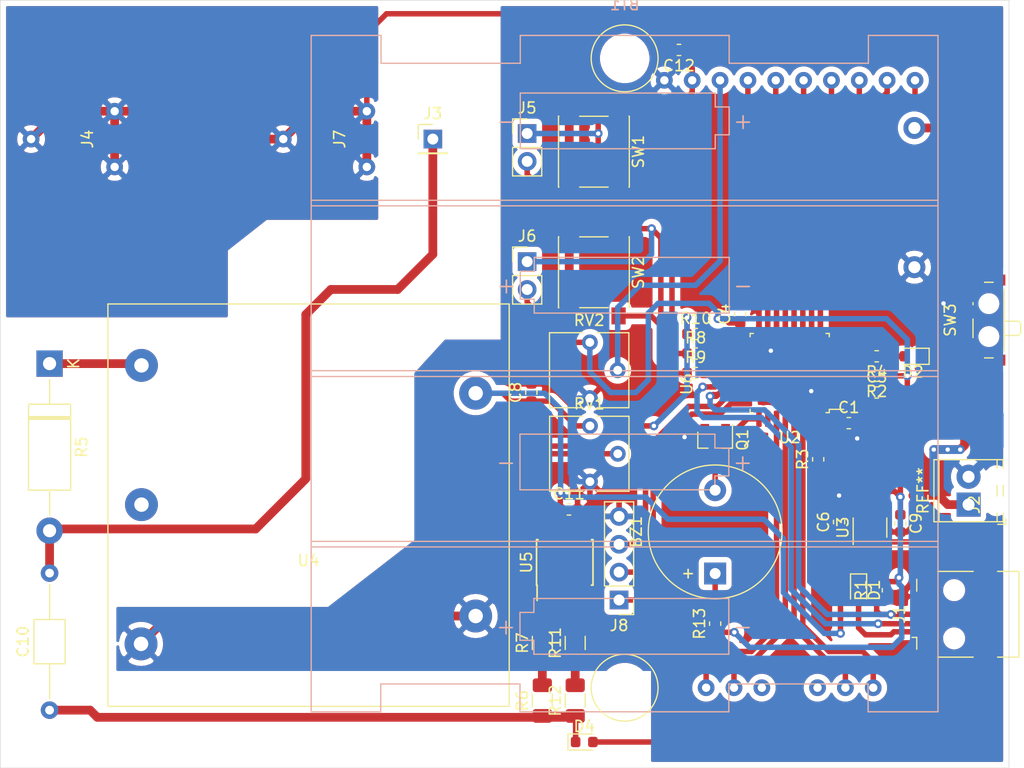
<source format=kicad_pcb>
(kicad_pcb (version 20171130) (host pcbnew "(5.1.5)-3")
  (layers (0 F.Cu signal) (31 B.Cu signal) (34 B.Paste user) (35 F.Paste user) (36 B.SilkS user hide) (37 F.SilkS user) (38 B.Mask user) (39 F.Mask user) (44 Edge.Cuts user))
  (net 0 "")
  (net 1 GND)
  (net 2 +3V3)
  (net 3 "Net-(C5-Pad1)")
  (net 4 "Net-(C10-Pad2)")
  (net 5 "Net-(C10-Pad1)")
  (net 6 +5V)
  (net 7 "Net-(D2-Pad2)")
  (net 8 /D+)
  (net 9 /D-)
  (net 10 /DB7)
  (net 11 /DB6)
  (net 12 /DB5)
  (net 13 /DB4)
  (net 14 /E)
  (net 15 /R_W)
  (net 16 /RS)
  (net 17 /DB2)
  (net 18 /DB3)
  (net 19 /DB0)
  (net 20 /DB1)
  (net 21 "Net-(R3-Pad2)")
  (net 22 "Net-(R4-Pad2)")
  (net 23 +VDC)
  (net 24 "Net-(R10-Pad1)")
  (net 25 "Net-(RV1-Pad2)")
  (net 26 "Net-(R11-Pad1)")
  (net 27 "Net-(R11-Pad2)")
  (net 28 "Net-(RV2-Pad2)")
  (net 29 /SW1)
  (net 30 /SW2)
  (net 31 "Net-(U5-Pad6)")
  (net 32 "Net-(J5-Pad1)")
  (net 33 "Net-(J6-Pad1)")
  (net 34 "Net-(BZ1-Pad2)")
  (net 35 "Net-(BZ1-Pad1)")
  (net 36 "Net-(Q1-Pad1)")
  (net 37 /COUNTER_OUT)
  (net 38 +6V)
  (net 39 SWCLK)
  (net 40 SWDIO)
  (net 41 "Net-(BT1-Pad1)")
  (net 42 "Net-(J1-Pad4)")
  (net 43 "Net-(U2-Pad26)")
  (net 44 "Net-(U2-Pad8)")
  (net 45 "Net-(U2-Pad7)")
  (net 46 "Net-(U2-Pad3)")
  (net 47 "Net-(U2-Pad2)")
  (net 48 "Net-(U3-Pad4)")
  (net 49 "Net-(U4-Pad5)")
  (net 50 "Net-(U5-Pad5)")
  (net 51 "Net-(U6-Pad15)")
  (net 52 "Net-(U6-Pad16)")
  (module Button_Switch_SMD:SW_SPDT_PCM12 (layer F.Cu) (at 116.84 90.17 90)
    (fp_text reference SW3 (at 0 -3.2 90) (layer F.SilkS))
    (fp_text value SW_SPST)
    (pad "" smd rect (at -3.65 -0.78 90) (size 1 0.8) (layers F.Cu F.Paste F.Mask))
    (pad "" smd rect (at 3.65 -0.78 90) (size 1 0.8) (layers F.Cu F.Paste F.Mask))
    (pad "" smd rect (at 3.65 1.43 90) (size 1 0.8) (layers F.Cu F.Paste F.Mask))
    (pad "" smd rect (at -3.65 1.43 90) (size 1 0.8) (layers F.Cu F.Paste F.Mask))
    (pad 3 smd rect (at 2.25 -1.43 90) (size 0.7 1.5) (layers F.Cu F.Paste F.Mask))
    (pad 2 smd rect (at 0.75 -1.43 90) (size 0.7 1.5) (layers F.Cu F.Paste F.Mask) (net 41 "Net-(BT1-Pad1)"))
    (pad 1 smd rect (at -2.25 -1.43 90) (size 0.7 1.5) (layers F.Cu F.Paste F.Mask) (net 38 +6V))
    (pad "" np_thru_hole circle (at 1.5 0.33 90) (size 0.9 0.9) (drill 0.9) (layers *.Cu *.Mask))
    (pad "" np_thru_hole circle (at -1.5 0.33 90) (size 0.9 0.9) (drill 0.9) (layers *.Cu *.Mask))
  )
  (module Capacitor_THT:C_Axial_L3.8mm_D2.6mm_P12.50mm_Horizontal (layer F.Cu) (at 31.496 125.746 90)
    (fp_text reference C10 (at 6.25 -2.42 90) (layer F.SilkS))
    (fp_text value 100p)
    (pad 2 thru_hole oval (at 12.5 0 90) (size 1.6 1.6) (drill 0.8) (layers *.Cu *.Mask) (net 4 "Net-(C10-Pad2)"))
    (pad 1 thru_hole circle (at 0 0 90) (size 1.6 1.6) (drill 0.8) (layers *.Cu *.Mask) (net 5 "Net-(C10-Pad1)"))
  )
  (module Connector_PinHeader_2.54mm:PinHeader_1x04_P2.54mm_Vertical (layer F.Cu) (at 83.439 115.697 180)
    (fp_text reference J8 (at 0 -2.33 180) (layer F.SilkS))
    (fp_text value Conn_01x04_Male)
    (pad 4 thru_hole oval (at 0 7.62 180) (size 1.7 1.7) (drill 1) (layers *.Cu *.Mask) (net 1 GND))
    (pad 3 thru_hole oval (at 0 5.08 180) (size 1.7 1.7) (drill 1) (layers *.Cu *.Mask) (net 40 SWDIO))
    (pad 2 thru_hole oval (at 0 2.54 180) (size 1.7 1.7) (drill 1) (layers *.Cu *.Mask) (net 39 SWCLK))
    (pad 1 thru_hole rect (at 0 0 180) (size 1.7 1.7) (drill 1) (layers *.Cu *.Mask) (net 2 +3V3))
  )
  (module MK_Footprints:LCD_NHD_0108CZ (layer F.Cu) (at 99 96 270)
    (fp_text reference U6 (at 0 9.4 270) (layer F.SilkS))
    (fp_text value LCD_NHD-0108CZ)
    (pad 15 thru_hole circle (at 27.7 -2.54 270) (size 1.524 1.524) (drill 0.762) (layers *.Cu *.Mask) (net 51 "Net-(U6-Pad15)"))
    (pad 13 thru_hole circle (at 27.7 -5.08 270) (size 1.524 1.524) (drill 0.762) (layers *.Cu *.Mask) (net 17 /DB2))
    (pad 14 thru_hole circle (at 27.7 -7.62 270) (size 1.524 1.524) (drill 0.762) (layers *.Cu *.Mask) (net 18 /DB3))
    (pad 16 thru_hole circle (at 27.7 2.54 270) (size 1.524 1.524) (drill 0.762) (layers *.Cu *.Mask) (net 52 "Net-(U6-Pad16)"))
    (pad 12 thru_hole circle (at 27.7 5.08 270) (size 1.524 1.524) (drill 0.762) (layers *.Cu *.Mask) (net 20 /DB1))
    (pad 11 thru_hole circle (at 27.7 7.62 270) (size 1.524 1.524) (drill 0.762) (layers *.Cu *.Mask) (net 19 /DB0))
    (pad 10 thru_hole circle (at -27.7 -11.43 270) (size 1.524 1.524) (drill 0.762) (layers *.Cu *.Mask) (net 10 /DB7))
    (pad 9 thru_hole circle (at -27.7 -8.89 270) (size 1.524 1.524) (drill 0.762) (layers *.Cu *.Mask) (net 11 /DB6))
    (pad 8 thru_hole circle (at -27.7 -6.35 270) (size 1.524 1.524) (drill 0.762) (layers *.Cu *.Mask) (net 12 /DB5))
    (pad 7 thru_hole circle (at -27.7 -3.81 270) (size 1.524 1.524) (drill 0.762) (layers *.Cu *.Mask) (net 13 /DB4))
    (pad 6 thru_hole circle (at -27.7 -1.27 270) (size 1.524 1.524) (drill 0.762) (layers *.Cu *.Mask) (net 14 /E))
    (pad 5 thru_hole circle (at -27.7 1.27 270) (size 1.524 1.524) (drill 0.762) (layers *.Cu *.Mask) (net 15 /R_W))
    (pad 4 thru_hole circle (at -27.7 3.81 270) (size 1.524 1.524) (drill 0.762) (layers *.Cu *.Mask) (net 16 /RS))
    (pad 3 thru_hole circle (at -27.7 6.35 270) (size 1.524 1.524) (drill 0.762) (layers *.Cu *.Mask) (net 28 "Net-(RV2-Pad2)"))
    (pad 2 thru_hole circle (at -27.7 8.89 270) (size 1.524 1.524) (drill 0.762) (layers *.Cu *.Mask) (net 2 +3V3))
    (pad 1 thru_hole circle (at -27.7 11.43 270) (size 1.524 1.524) (drill 0.762) (layers *.Cu *.Mask) (net 1 GND))
  )
  (module MK_Footprints:BatteryHolder_Keystone_2477_4xAA (layer B.Cu) (at 83.955 94.996)
    (fp_text reference BT1 (at 0 -33.6) (layer B.SilkS) (effects (justify mirror)))
    (fp_text value Battery)
    (fp_text user + (at 10.795 -22.995 -180) (layer B.SilkS) (effects (font (size 1.5 1.5)) (justify mirror)))
    (fp_text user + (at -10.795 -8.005 -180) (layer B.SilkS) (effects (font (size 1.5 1.5)) (justify mirror)))
    (fp_text user - (at -10.795 -22.995 -180) (layer B.SilkS) (effects (font (size 1.5 1.5)) (justify mirror)))
    (fp_text user - (at 10.795 -8.005 -180) (layer B.SilkS) (effects (font (size 1.5 1.5)) (justify mirror)))
    (fp_text user + (at 10.765 8.115) (layer B.SilkS) (effects (font (size 1.5 1.5)) (justify mirror)))
    (fp_text user + (at -10.825 23.105) (layer B.SilkS) (effects (font (size 1.5 1.5)) (justify mirror)))
    (fp_text user - (at 10.765 23.105) (layer B.SilkS) (effects (font (size 1.5 1.5)) (justify mirror)))
    (fp_text user - (at -10.825 8.115) (layer B.SilkS) (effects (font (size 1.5 1.5)) (justify mirror)))
    (pad 2 thru_hole circle (at 26.42 -9.65) (size 2 2) (drill 1.1) (layers *.Cu *.Mask) (net 1 GND))
    (pad 1 thru_hole circle (at 26.42 -22.35) (size 2 2) (drill 1.1) (layers *.Cu *.Mask) (net 41 "Net-(BT1-Pad1)"))
    (pad "" np_thru_hole circle (at 0 -28.7) (size 3.5 3.5) (drill 3.5) (layers *.Cu *.Mask))
    (pad "" np_thru_hole circle (at 0 28.7) (size 3.5 3.5) (drill 3.5) (layers *.Cu *.Mask))
  )
  (module Button_Switch_SMD:SW_SPST_PTS645 (layer F.Cu) (at 81.143 74.808 270)
    (fp_text reference SW1 (at 0 -4.05 270) (layer F.SilkS))
    (fp_text value SW_Push)
    (pad 2 smd rect (at 3.98 2.25 270) (size 1.55 1.3) (layers F.Cu F.Paste F.Mask) (net 2 +3V3))
    (pad 1 smd rect (at 3.98 -2.25 270) (size 1.55 1.3) (layers F.Cu F.Paste F.Mask) (net 32 "Net-(J5-Pad1)"))
    (pad 1 smd rect (at -3.98 -2.25 270) (size 1.55 1.3) (layers F.Cu F.Paste F.Mask) (net 32 "Net-(J5-Pad1)"))
    (pad 2 smd rect (at -3.98 2.25 270) (size 1.55 1.3) (layers F.Cu F.Paste F.Mask) (net 2 +3V3))
  )
  (module Connector_PinHeader_2.54mm:PinHeader_1x01_P2.54mm_Vertical (layer F.Cu) (at 66.452 73.66)
    (fp_text reference J3 (at 0 -2.33) (layer F.SilkS))
    (fp_text value Conn_01x01_Female)
    (pad 1 thru_hole rect (at 0 0) (size 1.7 1.7) (drill 1) (layers *.Cu *.Mask) (net 4 "Net-(C10-Pad2)"))
  )
  (module MK_Footprints:54_keystone_16-19mm (layer F.Cu) (at 57.452 73.66 90)
    (fp_text reference J7 (at 0 0.5 90) (layer F.SilkS))
    (fp_text value Conn_01x01_Female)
    (pad 1 thru_hole circle (at 0 -4.64 90) (size 1.524 1.524) (drill 0.762) (layers *.Cu *.Mask) (net 1 GND))
    (pad 1 thru_hole circle (at 2.54 2.98 90) (size 1.524 1.524) (drill 0.762) (layers *.Cu *.Mask) (net 1 GND))
    (pad 1 thru_hole circle (at -2.54 2.98 90) (size 1.524 1.524) (drill 0.762) (layers *.Cu *.Mask) (net 1 GND))
  )
  (module MK_Footprints:54_keystone_16-19mm (layer F.Cu) (at 34.452 73.66 90)
    (fp_text reference J4 (at 0 0.5 90) (layer F.SilkS))
    (fp_text value Conn_01x01_Female)
    (pad 1 thru_hole circle (at 0 -4.64 90) (size 1.524 1.524) (drill 0.762) (layers *.Cu *.Mask) (net 1 GND))
    (pad 1 thru_hole circle (at 2.54 2.98 90) (size 1.524 1.524) (drill 0.762) (layers *.Cu *.Mask) (net 1 GND))
    (pad 1 thru_hole circle (at -2.54 2.98 90) (size 1.524 1.524) (drill 0.762) (layers *.Cu *.Mask) (net 1 GND))
  )
  (module Diode_SMD:D_0603_1608Metric (layer F.Cu) (at 80.264 128.651)
    (fp_text reference D4 (at 0 -1.43) (layer F.SilkS))
    (fp_text value D_TVS)
    (pad 2 smd roundrect (at 0.7875 0) (size 0.875 0.95) (layers F.Cu F.Paste F.Mask) (net 1 GND))
    (pad 1 smd roundrect (at -0.7875 0) (size 0.875 0.95) (layers F.Cu F.Paste F.Mask) (net 5 "Net-(C10-Pad1)"))
  )
  (module Resistor_SMD:R_0603_1608Metric (layer F.Cu) (at 92.202 117.856 90)
    (fp_text reference R13 (at 0 -1.43 90) (layer F.SilkS))
    (fp_text value 240)
    (pad 2 smd roundrect (at 0.7875 0 90) (size 0.875 0.95) (layers F.Cu F.Paste F.Mask) (net 35 "Net-(BZ1-Pad1)"))
    (pad 1 smd roundrect (at -0.7875 0 90) (size 0.875 0.95) (layers F.Cu F.Paste F.Mask) (net 2 +3V3))
  )
  (module Package_TO_SOT_SMD:SOT-23 (layer F.Cu) (at 92.202 101.092 270)
    (fp_text reference Q1 (at 0 -2.5 270) (layer F.SilkS))
    (fp_text value BC846)
    (pad 3 smd rect (at 1 0 270) (size 0.9 0.8) (layers F.Cu F.Paste F.Mask) (net 34 "Net-(BZ1-Pad2)"))
    (pad 2 smd rect (at -1 0.95 270) (size 0.9 0.8) (layers F.Cu F.Paste F.Mask) (net 1 GND))
    (pad 1 smd rect (at -1 -0.95 270) (size 0.9 0.8) (layers F.Cu F.Paste F.Mask) (net 36 "Net-(Q1-Pad1)"))
  )
  (module Buzzer_Beeper:Buzzer_12x9.5RM7.6 (layer F.Cu) (at 92.202 113.284 90)
    (fp_text reference BZ1 (at 3.8 -7.2 90) (layer F.SilkS))
    (fp_text value Buzzer)
    (fp_text user + (at -0.01 -2.54 90) (layer F.SilkS))
    (pad 2 thru_hole circle (at 7.6 0 90) (size 2 2) (drill 1) (layers *.Cu *.Mask) (net 34 "Net-(BZ1-Pad2)"))
    (pad 1 thru_hole rect (at 0 0 90) (size 2 2) (drill 1) (layers *.Cu *.Mask) (net 35 "Net-(BZ1-Pad1)"))
  )
  (module Resistor_SMD:R_0603_1608Metric (layer F.Cu) (at 90.424 91.44)
    (fp_text reference R10 (at 0 -1.43) (layer F.SilkS))
    (fp_text value R)
    (pad 2 smd roundrect (at 0.7875 0) (size 0.875 0.95) (layers F.Cu F.Paste F.Mask) (net 37 /COUNTER_OUT))
    (pad 1 smd roundrect (at -0.7875 0) (size 0.875 0.95) (layers F.Cu F.Paste F.Mask) (net 24 "Net-(R10-Pad1)"))
  )
  (module Connector_PinHeader_2.54mm:PinHeader_1x02_P2.54mm_Vertical (layer F.Cu) (at 75.057 84.836)
    (fp_text reference J6 (at 0 -2.33) (layer F.SilkS))
    (fp_text value Conn_01x02_Male)
    (pad 2 thru_hole oval (at 0 2.54) (size 1.7 1.7) (drill 1) (layers *.Cu *.Mask) (net 2 +3V3))
    (pad 1 thru_hole rect (at 0 0) (size 1.7 1.7) (drill 1) (layers *.Cu *.Mask) (net 33 "Net-(J6-Pad1)"))
  )
  (module Connector_PinHeader_2.54mm:PinHeader_1x02_P2.54mm_Vertical (layer F.Cu) (at 75.057 73.152)
    (fp_text reference J5 (at 0 -2.33) (layer F.SilkS))
    (fp_text value Conn_01x02_Male)
    (pad 2 thru_hole oval (at 0 2.54) (size 1.7 1.7) (drill 1) (layers *.Cu *.Mask) (net 2 +3V3))
    (pad 1 thru_hole rect (at 0 0) (size 1.7 1.7) (drill 1) (layers *.Cu *.Mask) (net 32 "Net-(J5-Pad1)"))
  )
  (module Button_Switch_SMD:SW_SPST_PTS645 (layer F.Cu) (at 81.143 85.808 270)
    (fp_text reference SW2 (at 0 -4.05 270) (layer F.SilkS))
    (fp_text value SW_Push)
    (pad 2 smd rect (at 3.98 2.25 270) (size 1.55 1.3) (layers F.Cu F.Paste F.Mask) (net 2 +3V3))
    (pad 1 smd rect (at 3.98 -2.25 270) (size 1.55 1.3) (layers F.Cu F.Paste F.Mask) (net 33 "Net-(J6-Pad1)"))
    (pad 1 smd rect (at -3.98 -2.25 270) (size 1.55 1.3) (layers F.Cu F.Paste F.Mask) (net 33 "Net-(J6-Pad1)"))
    (pad 2 smd rect (at -3.98 2.25 270) (size 1.55 1.3) (layers F.Cu F.Paste F.Mask) (net 2 +3V3))
  )
  (module Resistor_SMD:R_1206_3216Metric (layer F.Cu) (at 79.438 124.873 90)
    (fp_text reference R12 (at 0 -1.82 90) (layer F.SilkS))
    (fp_text value 0)
    (pad 2 smd roundrect (at 1.4 0 90) (size 1.25 1.75) (layers F.Cu F.Paste F.Mask) (roundrect_rratio 0.2) (net 26 "Net-(R11-Pad1)"))
    (pad 1 smd roundrect (at -1.4 0 90) (size 1.25 1.75) (layers F.Cu F.Paste F.Mask) (roundrect_rratio 0.2) (net 5 "Net-(C10-Pad1)"))
  )
  (module Resistor_SMD:R_0603_1608Metric (layer F.Cu) (at 90.424 94.996)
    (fp_text reference R9 (at 0 -1.43) (layer F.SilkS))
    (fp_text value 240)
    (pad 2 smd roundrect (at 0.7875 0) (size 0.875 0.95) (layers F.Cu F.Paste F.Mask) (net 30 /SW2))
    (pad 1 smd roundrect (at -0.7875 0) (size 0.875 0.95) (layers F.Cu F.Paste F.Mask) (net 33 "Net-(J6-Pad1)"))
  )
  (module Resistor_SMD:R_0603_1608Metric (layer F.Cu) (at 90.424 93.218)
    (fp_text reference R8 (at 0 -1.43) (layer F.SilkS))
    (fp_text value 240)
    (pad 2 smd roundrect (at 0.7875 0) (size 0.875 0.95) (layers F.Cu F.Paste F.Mask) (net 29 /SW1))
    (pad 1 smd roundrect (at -0.7875 0) (size 0.875 0.95) (layers F.Cu F.Paste F.Mask) (net 32 "Net-(J5-Pad1)"))
  )
  (module Capacitor_SMD:C_0603_1608Metric (layer F.Cu) (at 88.9 65.532 180)
    (fp_text reference C12 (at 0 -1.43 180) (layer F.SilkS))
    (fp_text value 100n)
    (pad 2 smd roundrect (at 0.7875 0 180) (size 0.875 0.95) (layers F.Cu F.Paste F.Mask) (net 1 GND))
    (pad 1 smd roundrect (at -0.7875 0 180) (size 0.875 0.95) (layers F.Cu F.Paste F.Mask) (net 2 +3V3))
  )
  (module Potentiometer_THT:Potentiometer_Vishay_T73YP_Vertical (layer F.Cu) (at 80.772 97.282)
    (fp_text reference RV2 (at -0.06 -7.09) (layer F.SilkS))
    (fp_text value R_POT)
    (pad 1 thru_hole circle (at 0 0) (size 1.44 1.44) (drill 0.8) (layers *.Cu *.Mask) (net 1 GND))
    (pad 2 thru_hole circle (at 2.54 -2.54) (size 1.44 1.44) (drill 0.8) (layers *.Cu *.Mask) (net 28 "Net-(RV2-Pad2)"))
    (pad 3 thru_hole circle (at 0 -5.08) (size 1.44 1.44) (drill 0.8) (layers *.Cu *.Mask) (net 2 +3V3))
  )
  (module Resistor_SMD:R_1206_3216Metric (layer F.Cu) (at 79.438 119.617 90)
    (fp_text reference R11 (at 0 -1.82 90) (layer F.SilkS))
    (fp_text value 200k)
    (pad 2 smd roundrect (at 1.4 0 90) (size 1.25 1.75) (layers F.Cu F.Paste F.Mask) (roundrect_rratio 0.2) (net 27 "Net-(R11-Pad2)"))
    (pad 1 smd roundrect (at -1.4 0 90) (size 1.25 1.75) (layers F.Cu F.Paste F.Mask) (roundrect_rratio 0.2) (net 26 "Net-(R11-Pad1)"))
  )
  (module MK_Footprints:TerminalBlock_Phoenix_MPT-0,5-2-2.54_1x02_P2.54mm_Horizontal (layer F.Cu) (at 115.316 107 90)
    (fp_text reference J2 (at 0 0.5 90) (layer F.SilkS))
    (fp_text value "Vin +12")
    (fp_text user REF** (at 1.27 -4.16 90) (layer F.SilkS))
    (pad "" np_thru_hole circle (at 2.54 2.54 90) (size 1.1 1.1) (drill 1.1) (layers *.Cu *.Mask))
    (pad 2 thru_hole circle (at 2.54 0 90) (size 2.2 2.2) (drill 1.1) (layers *.Cu *.Mask) (net 41 "Net-(BT1-Pad1)"))
    (pad 1 thru_hole rect (at 0 0 90) (size 2.2 2.2) (drill 1.1) (layers *.Cu *.Mask) (net 1 GND))
    (pad "" np_thru_hole circle (at 0 2.54 90) (size 1.1 1.1) (drill 1.1) (layers *.Cu *.Mask))
  )
  (module Package_SO:SOIC-8_3.9x4.9mm_P1.27mm (layer F.Cu) (at 78.486 112.268 90)
    (fp_text reference U5 (at 0 -3.5 90) (layer F.SilkS))
    (fp_text value TL072)
    (pad 8 smd rect (at 2.7 -1.905 90) (size 1.55 0.6) (layers F.Cu F.Paste F.Mask) (net 38 +6V))
    (pad 7 smd rect (at 2.7 -0.635 90) (size 1.55 0.6) (layers F.Cu F.Paste F.Mask) (net 31 "Net-(U5-Pad6)"))
    (pad 6 smd rect (at 2.7 0.635 90) (size 1.55 0.6) (layers F.Cu F.Paste F.Mask) (net 31 "Net-(U5-Pad6)"))
    (pad 5 smd rect (at 2.7 1.905 90) (size 1.55 0.6) (layers F.Cu F.Paste F.Mask) (net 50 "Net-(U5-Pad5)"))
    (pad 4 smd rect (at -2.7 1.905 90) (size 1.55 0.6) (layers F.Cu F.Paste F.Mask) (net 1 GND))
    (pad 3 smd rect (at -2.7 0.635 90) (size 1.55 0.6) (layers F.Cu F.Paste F.Mask) (net 27 "Net-(R11-Pad2)"))
    (pad 2 smd rect (at -2.7 -0.635 90) (size 1.55 0.6) (layers F.Cu F.Paste F.Mask) (net 25 "Net-(RV1-Pad2)"))
    (pad 1 smd rect (at -2.7 -1.905 90) (size 1.55 0.6) (layers F.Cu F.Paste F.Mask) (net 24 "Net-(R10-Pad1)"))
  )
  (module Potentiometer_THT:Potentiometer_Vishay_T73YP_Vertical (layer F.Cu) (at 80.782 104.902)
    (fp_text reference RV1 (at -0.06 -7.09) (layer F.SilkS))
    (fp_text value R_POT)
    (pad 1 thru_hole circle (at 0 0) (size 1.44 1.44) (drill 0.8) (layers *.Cu *.Mask) (net 1 GND))
    (pad 2 thru_hole circle (at 2.54 -2.54) (size 1.44 1.44) (drill 0.8) (layers *.Cu *.Mask) (net 25 "Net-(RV1-Pad2)"))
    (pad 3 thru_hole circle (at 0 -5.08) (size 1.44 1.44) (drill 0.8) (layers *.Cu *.Mask) (net 38 +6V))
  )
  (module Resistor_SMD:R_1206_3216Metric (layer F.Cu) (at 76.438 119.617 90)
    (fp_text reference R7 (at 0 -1.82 90) (layer F.SilkS))
    (fp_text value 200k)
    (pad 2 smd roundrect (at 1.4 0 90) (size 1.25 1.75) (layers F.Cu F.Paste F.Mask) (roundrect_rratio 0.2) (net 1 GND))
    (pad 1 smd roundrect (at -1.4 0 90) (size 1.25 1.75) (layers F.Cu F.Paste F.Mask) (roundrect_rratio 0.2) (net 26 "Net-(R11-Pad1)"))
  )
  (module Resistor_SMD:R_1206_3216Metric (layer F.Cu) (at 76.438 124.873 90)
    (fp_text reference R6 (at 0 -1.82 90) (layer F.SilkS))
    (fp_text value 1M)
    (pad 2 smd roundrect (at 1.4 0 90) (size 1.25 1.75) (layers F.Cu F.Paste F.Mask) (roundrect_rratio 0.2) (net 26 "Net-(R11-Pad1)"))
    (pad 1 smd roundrect (at -1.4 0 90) (size 1.25 1.75) (layers F.Cu F.Paste F.Mask) (roundrect_rratio 0.2) (net 5 "Net-(C10-Pad1)"))
  )
  (module Package_QFP:LQFP-32_7x7mm_P0.8mm (layer F.Cu) (at 99 95 180)
    (fp_text reference U2 (at 0 -5.88 180) (layer F.SilkS))
    (fp_text value STM32L412K8Tx)
    (pad 32 smd roundrect (at -2.8 -4.175 180) (size 0.5 1.5) (layers F.Cu F.Paste F.Mask) (net 1 GND))
    (pad 31 smd roundrect (at -2 -4.175 180) (size 0.5 1.5) (layers F.Cu F.Paste F.Mask) (net 21 "Net-(R3-Pad2)"))
    (pad 30 smd roundrect (at -1.2 -4.175 180) (size 0.5 1.5) (layers F.Cu F.Paste F.Mask) (net 18 /DB3))
    (pad 29 smd roundrect (at -0.4 -4.175 180) (size 0.5 1.5) (layers F.Cu F.Paste F.Mask) (net 17 /DB2))
    (pad 28 smd roundrect (at 0.4 -4.175 180) (size 0.5 1.5) (layers F.Cu F.Paste F.Mask) (net 20 /DB1))
    (pad 27 smd roundrect (at 1.2 -4.175 180) (size 0.5 1.5) (layers F.Cu F.Paste F.Mask) (net 19 /DB0))
    (pad 26 smd roundrect (at 2 -4.175 180) (size 0.5 1.5) (layers F.Cu F.Paste F.Mask) (net 43 "Net-(U2-Pad26)"))
    (pad 25 smd roundrect (at 2.8 -4.175 180) (size 0.5 1.5) (layers F.Cu F.Paste F.Mask) (net 36 "Net-(Q1-Pad1)"))
    (pad 24 smd roundrect (at 4.175 -2.8 180) (size 1.5 0.5) (layers F.Cu F.Paste F.Mask) (net 39 SWCLK))
    (pad 23 smd roundrect (at 4.175 -2 180) (size 1.5 0.5) (layers F.Cu F.Paste F.Mask) (net 40 SWDIO))
    (pad 22 smd roundrect (at 4.175 -1.2 180) (size 1.5 0.5) (layers F.Cu F.Paste F.Mask) (net 8 /D+))
    (pad 21 smd roundrect (at 4.175 -0.4 180) (size 1.5 0.5) (layers F.Cu F.Paste F.Mask) (net 9 /D-))
    (pad 20 smd roundrect (at 4.175 0.4 180) (size 1.5 0.5) (layers F.Cu F.Paste F.Mask) (net 30 /SW2))
    (pad 19 smd roundrect (at 4.175 1.2 180) (size 1.5 0.5) (layers F.Cu F.Paste F.Mask) (net 29 /SW1))
    (pad 18 smd roundrect (at 4.175 2 180) (size 1.5 0.5) (layers F.Cu F.Paste F.Mask) (net 37 /COUNTER_OUT))
    (pad 17 smd roundrect (at 4.175 2.8 180) (size 1.5 0.5) (layers F.Cu F.Paste F.Mask) (net 2 +3V3))
    (pad 16 smd roundrect (at 2.8 4.175 180) (size 0.5 1.5) (layers F.Cu F.Paste F.Mask) (net 1 GND))
    (pad 15 smd roundrect (at 2 4.175 180) (size 0.5 1.5) (layers F.Cu F.Paste F.Mask) (net 16 /RS))
    (pad 14 smd roundrect (at 1.2 4.175 180) (size 0.5 1.5) (layers F.Cu F.Paste F.Mask) (net 15 /R_W))
    (pad 13 smd roundrect (at 0.4 4.175 180) (size 0.5 1.5) (layers F.Cu F.Paste F.Mask) (net 14 /E))
    (pad 12 smd roundrect (at -0.4 4.175 180) (size 0.5 1.5) (layers F.Cu F.Paste F.Mask) (net 13 /DB4))
    (pad 11 smd roundrect (at -1.2 4.175 180) (size 0.5 1.5) (layers F.Cu F.Paste F.Mask) (net 12 /DB5))
    (pad 10 smd roundrect (at -2 4.175 180) (size 0.5 1.5) (layers F.Cu F.Paste F.Mask) (net 11 /DB6))
    (pad 9 smd roundrect (at -2.8 4.175 180) (size 0.5 1.5) (layers F.Cu F.Paste F.Mask) (net 10 /DB7))
    (pad 8 smd roundrect (at -4.175 2.8 180) (size 1.5 0.5) (layers F.Cu F.Paste F.Mask) (net 44 "Net-(U2-Pad8)"))
    (pad 7 smd roundrect (at -4.175 2 180) (size 1.5 0.5) (layers F.Cu F.Paste F.Mask) (net 45 "Net-(U2-Pad7)"))
    (pad 6 smd roundrect (at -4.175 1.2 180) (size 1.5 0.5) (layers F.Cu F.Paste F.Mask) (net 22 "Net-(R4-Pad2)"))
    (pad 5 smd roundrect (at -4.175 0.4 180) (size 1.5 0.5) (layers F.Cu F.Paste F.Mask) (net 2 +3V3))
    (pad 4 smd roundrect (at -4.175 -0.4 180) (size 1.5 0.5) (layers F.Cu F.Paste F.Mask) (net 3 "Net-(C5-Pad1)"))
    (pad 3 smd roundrect (at -4.175 -1.2 180) (size 1.5 0.5) (layers F.Cu F.Paste F.Mask) (net 46 "Net-(U2-Pad3)"))
    (pad 2 smd roundrect (at -4.175 -2 180) (size 1.5 0.5) (layers F.Cu F.Paste F.Mask) (net 47 "Net-(U2-Pad2)"))
    (pad 1 smd roundrect (at -4.175 -2.8 180) (size 1.5 0.5) (layers F.Cu F.Paste F.Mask) (net 2 +3V3))
  )
  (module Diode_THT:D_DO-15_P15.24mm_Horizontal (layer F.Cu) (at 31.496 94.138 270)
    (fp_text reference R5 (at 7.62 -2.92 270) (layer F.SilkS))
    (fp_text value 100M)
    (fp_text user K (at 0 -2.2 270) (layer F.SilkS))
    (pad 2 thru_hole oval (at 15.24 0 270) (size 2.4 2.4) (drill 1.2) (layers *.Cu *.Mask) (net 4 "Net-(C10-Pad2)"))
    (pad 1 thru_hole rect (at 0 0 270) (size 2.4 2.4) (drill 1.2) (layers *.Cu *.Mask) (net 23 +VDC))
  )
  (module Connector_USB:USB_Mini-B_Lumberg_2486_01_Horizontal (layer F.Cu) (at 114 117 90)
    (fp_text reference J1 (at 0 -5 90) (layer F.SilkS))
    (fp_text value USB_B_Mini)
    (pad "" np_thru_hole circle (at 2.2 0 90) (size 1 1) (drill 1) (layers *.Cu *.Mask))
    (pad "" np_thru_hole circle (at -2.2 0 90) (size 1 1) (drill 1) (layers *.Cu *.Mask))
    (pad 6 smd rect (at 4.45 2.85 90) (size 2 1.7) (layers F.Cu F.Paste F.Mask) (net 1 GND))
    (pad 6 smd rect (at 4.45 -2.6 90) (size 2 1.7) (layers F.Cu F.Paste F.Mask) (net 1 GND))
    (pad 6 smd rect (at -4.45 2.85 90) (size 2 1.7) (layers F.Cu F.Paste F.Mask) (net 1 GND))
    (pad 6 smd rect (at -4.45 -2.6 90) (size 2 1.7) (layers F.Cu F.Paste F.Mask) (net 1 GND))
    (pad 5 smd rect (at 1.6 -2.7 90) (size 0.5 2) (layers F.Cu F.Paste F.Mask) (net 1 GND))
    (pad 4 smd rect (at 0.8 -2.7 90) (size 0.5 2) (layers F.Cu F.Paste F.Mask) (net 42 "Net-(J1-Pad4)"))
    (pad 3 smd rect (at 0 -2.7 90) (size 0.5 2) (layers F.Cu F.Paste F.Mask) (net 8 /D+))
    (pad 2 smd rect (at -0.8 -2.7 90) (size 0.5 2) (layers F.Cu F.Paste F.Mask) (net 9 /D-))
    (pad 1 smd rect (at -1.6 -2.7 90) (size 0.5 2) (layers F.Cu F.Paste F.Mask) (net 6 +5V))
  )
  (module LED_SMD:LED_0603_1608Metric (layer F.Cu) (at 110.236 93.472 180)
    (fp_text reference D2 (at 0 -1.43 180) (layer F.SilkS))
    (fp_text value LED)
    (pad 2 smd roundrect (at 0.7875 0 180) (size 0.875 0.95) (layers F.Cu F.Paste F.Mask) (net 7 "Net-(D2-Pad2)"))
    (pad 1 smd roundrect (at -0.7875 0 180) (size 0.875 0.95) (layers F.Cu F.Paste F.Mask) (net 1 GND))
  )
  (module Diode_SMD:D_0603_1608Metric (layer F.Cu) (at 105.283 114.808 270)
    (fp_text reference D1 (at 0 -1.43 270) (layer F.SilkS))
    (fp_text value D)
    (pad 2 smd roundrect (at 0.7875 0 270) (size 0.875 0.95) (layers F.Cu F.Paste F.Mask) (net 6 +5V))
    (pad 1 smd roundrect (at -0.7875 0 270) (size 0.875 0.95) (layers F.Cu F.Paste F.Mask) (net 38 +6V))
  )
  (module MK_Footprints:G40 (layer F.Cu) (at 55.118 107 180)
    (fp_text reference U4 (at 0 -5.1 180) (layer F.SilkS))
    (fp_text value G40)
    (pad 5 thru_hole circle (at 15.24 0 180) (size 3 3) (drill 1.32) (layers *.Cu *.Mask) (net 49 "Net-(U4-Pad5)"))
    (pad 4 thru_hole circle (at 15.28 -12.7 180) (size 3 3) (drill 1.32) (layers *.Cu *.Mask) (net 1 GND))
    (pad 3 thru_hole circle (at 15.24 12.7 180) (size 3 3) (drill 1.32) (layers *.Cu *.Mask) (net 23 +VDC))
    (pad 2 thru_hole circle (at -15.24 -10.16 180) (size 3 3) (drill 1.32) (layers *.Cu *.Mask) (net 1 GND))
    (pad 1 thru_hole circle (at -15.24 10.16 180) (size 3 3) (drill 1.32) (layers *.Cu *.Mask) (net 38 +6V))
  )
  (module Package_TO_SOT_SMD:TSOT-23-5 (layer F.Cu) (at 106.299 109.093 90)
    (fp_text reference U3 (at 0 -2.45 90) (layer F.SilkS))
    (fp_text value NCP718BSN330T1G)
    (pad 5 smd rect (at 1.31 -0.95 90) (size 1.22 0.65) (layers F.Cu F.Paste F.Mask) (net 2 +3V3))
    (pad 4 smd rect (at 1.31 0.95 90) (size 1.22 0.65) (layers F.Cu F.Paste F.Mask) (net 48 "Net-(U3-Pad4)"))
    (pad 3 smd rect (at -1.31 0.95 90) (size 1.22 0.65) (layers F.Cu F.Paste F.Mask) (net 38 +6V))
    (pad 2 smd rect (at -1.31 0 90) (size 1.22 0.65) (layers F.Cu F.Paste F.Mask) (net 1 GND))
    (pad 1 smd rect (at -1.31 -0.95 90) (size 1.22 0.65) (layers F.Cu F.Paste F.Mask) (net 38 +6V))
  )
  (module Resistor_SMD:R_0603_1608Metric (layer F.Cu) (at 106.934 93.472 180)
    (fp_text reference R4 (at 0 -1.43 180) (layer F.SilkS))
    (fp_text value 240)
    (pad 2 smd roundrect (at 0.7875 0 180) (size 0.875 0.95) (layers F.Cu F.Paste F.Mask) (net 22 "Net-(R4-Pad2)"))
    (pad 1 smd roundrect (at -0.7875 0 180) (size 0.875 0.95) (layers F.Cu F.Paste F.Mask) (net 7 "Net-(D2-Pad2)"))
  )
  (module Resistor_SMD:R_0603_1608Metric (layer F.Cu) (at 101.6 102.87 90)
    (fp_text reference R3 (at 0 -1.43 90) (layer F.SilkS))
    (fp_text value 100k)
    (pad 2 smd roundrect (at 0.7875 0 90) (size 0.875 0.95) (layers F.Cu F.Paste F.Mask) (net 21 "Net-(R3-Pad2)"))
    (pad 1 smd roundrect (at -0.7875 0 90) (size 0.875 0.95) (layers F.Cu F.Paste F.Mask) (net 1 GND))
  )
  (module Resistor_SMD:R_0603_1608Metric (layer F.Cu) (at 106.934 95.25 180)
    (fp_text reference R2 (at 0 -1.43 180) (layer F.SilkS))
    (fp_text value 100k)
    (pad 2 smd roundrect (at 0.7875 0 180) (size 0.875 0.95) (layers F.Cu F.Paste F.Mask) (net 3 "Net-(C5-Pad1)"))
    (pad 1 smd roundrect (at -0.7875 0 180) (size 0.875 0.95) (layers F.Cu F.Paste F.Mask) (net 2 +3V3))
  )
  (module Resistor_SMD:R_0603_1608Metric (layer F.Cu) (at 106.934 114.808 90)
    (fp_text reference R1 (at 0 -1.43 90) (layer F.SilkS))
    (fp_text value 1.5k)
    (pad 2 smd roundrect (at 0.7875 0 90) (size 0.875 0.95) (layers F.Cu F.Paste F.Mask) (net 2 +3V3))
    (pad 1 smd roundrect (at -0.7875 0 90) (size 0.875 0.95) (layers F.Cu F.Paste F.Mask) (net 8 /D+))
  )
  (module Capacitor_SMD:C_0603_1608Metric (layer F.Cu) (at 78.867 107.442)
    (fp_text reference C11 (at 0 -1.43) (layer F.SilkS))
    (fp_text value 100n)
    (pad 2 smd roundrect (at 0.7875 0) (size 0.875 0.95) (layers F.Cu F.Paste F.Mask) (net 1 GND))
    (pad 1 smd roundrect (at -0.7875 0) (size 0.875 0.95) (layers F.Cu F.Paste F.Mask) (net 38 +6V))
  )
  (module Capacitor_SMD:C_0603_1608Metric (layer F.Cu) (at 109.093 108.712 270)
    (fp_text reference C9 (at 0 -1.43 270) (layer F.SilkS))
    (fp_text value 100n)
    (pad 2 smd roundrect (at 0.7875 0 270) (size 0.875 0.95) (layers F.Cu F.Paste F.Mask) (net 1 GND))
    (pad 1 smd roundrect (at -0.7875 0 270) (size 0.875 0.95) (layers F.Cu F.Paste F.Mask) (net 2 +3V3))
  )
  (module Capacitor_SMD:C_0603_1608Metric (layer F.Cu) (at 75.438 96.774 90)
    (fp_text reference C8 (at 0 -1.43 90) (layer F.SilkS))
    (fp_text value C)
    (pad 2 smd roundrect (at 0.7875 0 90) (size 0.875 0.95) (layers F.Cu F.Paste F.Mask) (net 1 GND))
    (pad 1 smd roundrect (at -0.7875 0 90) (size 0.875 0.95) (layers F.Cu F.Paste F.Mask) (net 38 +6V))
  )
  (module Capacitor_SMD:C_0603_1608Metric (layer F.Cu) (at 103.505 108.585 90)
    (fp_text reference C6 (at 0 -1.43 90) (layer F.SilkS))
    (fp_text value 100n)
    (pad 2 smd roundrect (at 0.7875 0 90) (size 0.875 0.95) (layers F.Cu F.Paste F.Mask) (net 1 GND))
    (pad 1 smd roundrect (at -0.7875 0 90) (size 0.875 0.95) (layers F.Cu F.Paste F.Mask) (net 38 +6V))
  )
  (module Capacitor_SMD:C_0603_1608Metric (layer F.Cu) (at 106.934 96.774)
    (fp_text reference C5 (at 0 -1.43) (layer F.SilkS))
    (fp_text value 100n)
    (pad 2 smd roundrect (at 0.7875 0) (size 0.875 0.95) (layers F.Cu F.Paste F.Mask) (net 1 GND))
    (pad 1 smd roundrect (at -0.7875 0) (size 0.875 0.95) (layers F.Cu F.Paste F.Mask) (net 3 "Net-(C5-Pad1)"))
  )
  (module Capacitor_SMD:C_0603_1608Metric (layer F.Cu) (at 94.488 89.6365 90)
    (fp_text reference C4 (at 0 -1.43 90) (layer F.SilkS))
    (fp_text value 100n)
    (pad 2 smd roundrect (at 0.7875 0 90) (size 0.875 0.95) (layers F.Cu F.Paste F.Mask) (net 1 GND))
    (pad 1 smd roundrect (at -0.7875 0 90) (size 0.875 0.95) (layers F.Cu F.Paste F.Mask) (net 2 +3V3))
  )
  (module Capacitor_SMD:C_0603_1608Metric (layer F.Cu) (at 104.394 99.568)
    (fp_text reference C1 (at 0 -1.43) (layer F.SilkS))
    (fp_text value 100n)
    (pad 2 smd roundrect (at 0.7875 0) (size 0.875 0.95) (layers F.Cu F.Paste F.Mask) (net 1 GND))
    (pad 1 smd roundrect (at -0.7875 0) (size 0.875 0.95) (layers F.Cu F.Paste F.Mask) (net 2 +3V3))
  )
  (gr_circle (center 83.945 123.698) (end 86.995 123.698) (layer F.SilkS) (width 0.12))
  (gr_circle (center 83.945 66.294) (end 86.995 66.294) (layer F.SilkS) (width 0.12))
  (gr_line (start 27 131) (end 27 61) (layer Edge.Cuts) (width 0.05))
  (gr_line (start 119 131) (end 27 131) (layer Edge.Cuts) (width 0.05))
  (gr_line (start 119 61) (end 119 131) (layer Edge.Cuts) (width 0.05))
  (gr_line (start 27 61) (end 119 61) (layer Edge.Cuts) (width 0.05))
  (segment (start 41.269 118.269) (end 39.838 119.7) (width 0.8) (layer F.Cu) (net 1))
  (segment (start 42.378 117.16) (end 41.269 118.269) (width 0.8) (layer F.Cu) (net 1))
  (segment (start 70.358 117.16) (end 42.378 117.16) (width 0.8) (layer F.Cu) (net 1))
  (segment (start 79.763767 104.902) (end 80.782 104.902) (width 0.5) (layer B.Cu) (net 1))
  (segment (start 78.994 104.132233) (end 79.763767 104.902) (width 0.5) (layer B.Cu) (net 1))
  (segment (start 78.994 98.041767) (end 78.994 104.132233) (width 0.5) (layer B.Cu) (net 1))
  (segment (start 79.753767 97.282) (end 78.994 98.041767) (width 0.5) (layer B.Cu) (net 1))
  (segment (start 80.772 97.282) (end 79.753767 97.282) (width 0.5) (layer B.Cu) (net 1))
  (segment (start 96.2 90.825) (end 96.2 91.882) (width 0.5) (layer F.Cu) (net 1))
  (segment (start 101.8 97.482) (end 101.8 99.175) (width 0.5) (layer F.Cu) (net 1))
  (segment (start 96.2 91.882) (end 97.282 92.964) (width 0.5) (layer F.Cu) (net 1))
  (segment (start 32.352 71.12) (end 37.432 71.12) (width 0.8) (layer F.Cu) (net 1))
  (segment (start 29.812 73.66) (end 32.352 71.12) (width 0.8) (layer F.Cu) (net 1))
  (segment (start 37.432 76.2) (end 37.432 71.12) (width 0.8) (layer F.Cu) (net 1))
  (segment (start 52.812 73.66) (end 44.704 73.66) (width 0.8) (layer F.Cu) (net 1))
  (segment (start 42.164 71.12) (end 37.432 71.12) (width 0.8) (layer F.Cu) (net 1))
  (segment (start 44.704 73.66) (end 42.164 71.12) (width 0.8) (layer F.Cu) (net 1))
  (segment (start 60.432 71.12) (end 60.432 76.2) (width 0.8) (layer F.Cu) (net 1))
  (segment (start 55.352 71.12) (end 52.812 73.66) (width 0.8) (layer F.Cu) (net 1))
  (segment (start 60.432 71.12) (end 55.352 71.12) (width 0.8) (layer F.Cu) (net 1))
  (segment (start 105.1815 99.568) (end 105.1815 98.5265) (width 0.5) (layer F.Cu) (net 1))
  (segment (start 105.1815 98.5265) (end 105.41 98.298) (width 0.5) (layer F.Cu) (net 1))
  (segment (start 105.41 98.298) (end 107.442 98.298) (width 0.5) (layer F.Cu) (net 1))
  (segment (start 107.7215 98.0185) (end 107.7215 96.774) (width 0.5) (layer F.Cu) (net 1))
  (segment (start 107.442 98.298) (end 107.7215 98.0185) (width 0.5) (layer F.Cu) (net 1))
  (segment (start 96.2 89.342) (end 96.2 90.825) (width 0.5) (layer F.Cu) (net 1))
  (segment (start 94.488 88.849) (end 95.707 88.849) (width 0.5) (layer F.Cu) (net 1))
  (segment (start 95.707 88.849) (end 96.2 89.342) (width 0.5) (layer F.Cu) (net 1))
  (segment (start 106.299 109.293) (end 106.499 109.093) (width 0.5) (layer F.Cu) (net 1))
  (segment (start 106.299 110.403) (end 106.299 109.293) (width 0.5) (layer F.Cu) (net 1))
  (segment (start 106.499 109.093) (end 107.95 109.093) (width 0.5) (layer F.Cu) (net 1))
  (segment (start 108.3565 109.4995) (end 109.093 109.4995) (width 0.5) (layer F.Cu) (net 1))
  (segment (start 107.95 109.093) (end 108.3565 109.4995) (width 0.5) (layer F.Cu) (net 1))
  (segment (start 80.782 106.852) (end 80.782 104.902) (width 0.5) (layer F.Cu) (net 1))
  (segment (start 79.6545 107.442) (end 80.192 107.442) (width 0.5) (layer F.Cu) (net 1))
  (segment (start 80.192 107.442) (end 80.782 106.852) (width 0.5) (layer F.Cu) (net 1))
  (segment (start 97.282 92.964) (end 100.965 96.647) (width 0.5) (layer F.Cu) (net 1))
  (via (at 97.282 92.964) (size 0.8) (drill 0.4) (layers F.Cu B.Cu) (net 1))
  (segment (start 100.965 96.647) (end 101.8 97.482) (width 0.5) (layer F.Cu) (net 1))
  (via (at 100.965 96.647) (size 0.8) (drill 0.4) (layers F.Cu B.Cu) (net 1))
  (via (at 103.505 106.172) (size 0.8) (drill 0.4) (layers F.Cu B.Cu) (net 1))
  (segment (start 103.505 107.7975) (end 103.505 106.172) (width 0.5) (layer F.Cu) (net 1))
  (via (at 105.156 100.965) (size 0.8) (drill 0.4) (layers F.Cu B.Cu) (net 1))
  (segment (start 105.1815 99.568) (end 105.1815 100.9395) (width 0.5) (layer F.Cu) (net 1))
  (segment (start 105.1815 100.9395) (end 105.156 100.965) (width 0.5) (layer F.Cu) (net 1))
  (segment (start 115.57 99.695) (end 108.839 99.695) (width 0.8) (layer B.Cu) (net 1))
  (segment (start 107.569 100.965) (end 105.156 100.965) (width 0.8) (layer B.Cu) (net 1))
  (segment (start 108.839 99.695) (end 107.569 100.965) (width 0.8) (layer B.Cu) (net 1))
  (segment (start 116.1415 100.2665) (end 115.57 99.695) (width 0.8) (layer B.Cu) (net 1))
  (segment (start 110.363 105.156) (end 111.059 104.46) (width 0.5) (layer F.Cu) (net 1))
  (segment (start 109.668 109.4995) (end 110.363 108.8045) (width 0.5) (layer F.Cu) (net 1))
  (segment (start 109.093 109.4995) (end 109.668 109.4995) (width 0.5) (layer F.Cu) (net 1))
  (segment (start 80.391 116.243) (end 81.534 117.386) (width 0.5) (layer F.Cu) (net 1))
  (segment (start 80.391 114.968) (end 80.391 116.243) (width 0.5) (layer F.Cu) (net 1))
  (segment (start 81.534 117.386) (end 81.534 118.4655) (width 0.5) (layer F.Cu) (net 1))
  (segment (start 88.1125 63.6015) (end 88.1125 65.532) (width 0.5) (layer F.Cu) (net 1))
  (segment (start 86.741 62.23) (end 88.1125 63.6015) (width 0.5) (layer F.Cu) (net 1))
  (segment (start 62.23 62.23) (end 86.741 62.23) (width 0.5) (layer F.Cu) (net 1))
  (segment (start 60.432 71.12) (end 60.432 64.028) (width 0.5) (layer F.Cu) (net 1))
  (segment (start 60.432 64.028) (end 62.23 62.23) (width 0.5) (layer F.Cu) (net 1))
  (via (at 89.408 100.838) (size 0.8) (drill 0.4) (layers F.Cu B.Cu) (net 1))
  (segment (start 91.252 100.092) (end 90.154 100.092) (width 0.5) (layer F.Cu) (net 1))
  (segment (start 90.154 100.092) (end 89.408 100.838) (width 0.5) (layer F.Cu) (net 1))
  (segment (start 81.0515 128.651) (end 87.376 128.651) (width 0.5) (layer F.Cu) (net 1))
  (segment (start 110.258008 106.149992) (end 110.236 106.172) (width 0.8) (layer F.Cu) (net 1))
  (segment (start 112.565992 106.149992) (end 110.258008 106.149992) (width 0.8) (layer F.Cu) (net 1))
  (segment (start 113.416 107) (end 112.565992 106.149992) (width 0.8) (layer F.Cu) (net 1))
  (segment (start 110.236 106.172) (end 110.363 105.156) (width 0.5) (layer F.Cu) (net 1))
  (segment (start 115.316 107) (end 113.416 107) (width 0.8) (layer F.Cu) (net 1))
  (segment (start 110.363 108.8045) (end 110.236 106.172) (width 0.5) (layer F.Cu) (net 1))
  (segment (start 78.893 70.828) (end 78.893 78.788) (width 0.8) (layer F.Cu) (net 2))
  (segment (start 78.893 89.788) (end 78.893 81.828) (width 0.8) (layer F.Cu) (net 2))
  (segment (start 78.893 78.788) (end 78.893 81.828) (width 0.8) (layer F.Cu) (net 2))
  (segment (start 77.743 89.788) (end 78.893 89.788) (width 0.5) (layer F.Cu) (net 2))
  (segment (start 76.266919 89.788) (end 77.743 89.788) (width 0.5) (layer F.Cu) (net 2))
  (segment (start 75.057 88.578081) (end 76.266919 89.788) (width 0.5) (layer F.Cu) (net 2))
  (segment (start 75.057 87.376) (end 75.057 88.578081) (width 0.5) (layer F.Cu) (net 2))
  (segment (start 77.743 78.788) (end 78.893 78.788) (width 0.5) (layer F.Cu) (net 2))
  (segment (start 76.950919 78.788) (end 77.743 78.788) (width 0.5) (layer F.Cu) (net 2))
  (segment (start 75.057 76.894081) (end 76.950919 78.788) (width 0.5) (layer F.Cu) (net 2))
  (segment (start 75.057 75.692) (end 75.057 76.894081) (width 0.5) (layer F.Cu) (net 2))
  (segment (start 103.175 97.8) (end 103.175 98.15) (width 0.5) (layer F.Cu) (net 2))
  (segment (start 103.6065 98.5815) (end 103.175 98.15) (width 0.5) (layer F.Cu) (net 2))
  (segment (start 103.6065 99.568) (end 103.6065 98.5815) (width 0.5) (layer F.Cu) (net 2))
  (segment (start 107.7215 95.25) (end 109.728 95.25) (width 0.5) (layer F.Cu) (net 2))
  (via (at 109.728 95.25) (size 0.8) (drill 0.4) (layers F.Cu B.Cu) (net 2))
  (segment (start 89.6875 66.79987) (end 89.6875 66.6495) (width 0.5) (layer F.Cu) (net 2))
  (segment (start 90.11 67.22237) (end 89.6875 66.79987) (width 0.5) (layer F.Cu) (net 2))
  (segment (start 90.11 68.3) (end 90.11 67.22237) (width 0.5) (layer F.Cu) (net 2))
  (segment (start 89.6875 65.532) (end 89.6875 66.6495) (width 0.5) (layer F.Cu) (net 2))
  (segment (start 94.825 92.2) (end 94.825 91.65) (width 0.5) (layer F.Cu) (net 2))
  (segment (start 94.488 91.313) (end 94.488 90.424) (width 0.5) (layer F.Cu) (net 2))
  (segment (start 94.825 91.65) (end 94.488 91.313) (width 0.5) (layer F.Cu) (net 2))
  (via (at 92.456 90.043) (size 0.8) (drill 0.4) (layers F.Cu B.Cu) (net 2))
  (segment (start 92.456 90.043) (end 93.091 90.043) (width 0.5) (layer F.Cu) (net 2))
  (segment (start 93.472 90.424) (end 94.488 90.424) (width 0.5) (layer F.Cu) (net 2))
  (segment (start 93.091 90.043) (end 93.472 90.424) (width 0.5) (layer F.Cu) (net 2))
  (segment (start 103.6065 99.568) (end 103.6065 103.7335) (width 0.5) (layer F.Cu) (net 2))
  (segment (start 105.349 105.476) (end 105.349 107.783) (width 0.5) (layer F.Cu) (net 2))
  (segment (start 103.6065 103.7335) (end 105.349 105.476) (width 0.5) (layer F.Cu) (net 2))
  (segment (start 109.093 107.9245) (end 109.093 106.299) (width 0.5) (layer F.Cu) (net 2))
  (segment (start 109.093 106.299) (end 108.585 105.791) (width 0.5) (layer F.Cu) (net 2))
  (segment (start 105.664 105.791) (end 105.349 105.476) (width 0.5) (layer F.Cu) (net 2))
  (segment (start 108.585 105.791) (end 105.664 105.791) (width 0.5) (layer F.Cu) (net 2))
  (via (at 108.966 113.665) (size 0.8) (drill 0.4) (layers F.Cu B.Cu) (net 2))
  (segment (start 106.934 114.0205) (end 108.6105 114.0205) (width 0.5) (layer F.Cu) (net 2))
  (segment (start 108.6105 114.0205) (end 108.966 113.665) (width 0.5) (layer F.Cu) (net 2))
  (via (at 109.093 106.299) (size 0.8) (drill 0.4) (layers F.Cu B.Cu) (net 2))
  (segment (start 109.093 113.538) (end 108.966 113.665) (width 0.5) (layer B.Cu) (net 2))
  (segment (start 109.093 106.299) (end 109.093 113.538) (width 0.5) (layer B.Cu) (net 2))
  (segment (start 92.202 118.6435) (end 93.9545 118.6435) (width 0.5) (layer F.Cu) (net 2))
  (via (at 93.9545 118.6435) (size 0.8) (drill 0.4) (layers F.Cu B.Cu) (net 2))
  (segment (start 108.966 114.230685) (end 109.22 114.484685) (width 0.5) (layer B.Cu) (net 2))
  (segment (start 108.966 113.665) (end 108.966 114.230685) (width 0.5) (layer B.Cu) (net 2))
  (segment (start 109.22 114.484685) (end 109.22 119.126) (width 0.5) (layer B.Cu) (net 2))
  (segment (start 109.22 119.126) (end 108.839 119.507) (width 0.5) (layer B.Cu) (net 2))
  (segment (start 92.456 90.043) (end 107.823 90.043) (width 0.5) (layer B.Cu) (net 2))
  (segment (start 109.728 91.948) (end 109.728 95.25) (width 0.5) (layer B.Cu) (net 2))
  (segment (start 107.823 90.043) (end 109.728 91.948) (width 0.5) (layer B.Cu) (net 2))
  (segment (start 104.917 94.6) (end 103.175 94.6) (width 0.25) (layer F.Cu) (net 2))
  (segment (start 105.06701 94.44999) (end 104.917 94.6) (width 0.25) (layer F.Cu) (net 2))
  (segment (start 107.49649 94.44999) (end 105.06701 94.44999) (width 0.25) (layer F.Cu) (net 2))
  (segment (start 107.7215 94.675) (end 107.49649 94.44999) (width 0.25) (layer F.Cu) (net 2))
  (segment (start 107.7215 95.25) (end 107.7215 94.675) (width 0.25) (layer F.Cu) (net 2))
  (segment (start 108.331 120.015) (end 109.22 119.126) (width 0.5) (layer B.Cu) (net 2))
  (segment (start 95.326 120.015) (end 108.331 120.015) (width 0.5) (layer B.Cu) (net 2))
  (segment (start 93.9545 118.6435) (end 95.326 120.015) (width 0.5) (layer B.Cu) (net 2))
  (segment (start 82.677 96.774) (end 80.772 94.869) (width 0.5) (layer B.Cu) (net 2))
  (segment (start 84.963 96.774) (end 82.677 96.774) (width 0.5) (layer B.Cu) (net 2))
  (segment (start 92.456 89.477315) (end 91.624685 88.646) (width 0.5) (layer B.Cu) (net 2))
  (segment (start 91.624685 88.646) (end 86.995 88.646) (width 0.5) (layer B.Cu) (net 2))
  (segment (start 80.772 94.869) (end 80.772 92.202) (width 0.5) (layer B.Cu) (net 2))
  (segment (start 86.995 88.646) (end 86.106 89.535) (width 0.5) (layer B.Cu) (net 2))
  (segment (start 92.456 90.043) (end 92.456 89.477315) (width 0.5) (layer B.Cu) (net 2))
  (segment (start 86.106 89.535) (end 86.106 95.631) (width 0.5) (layer B.Cu) (net 2))
  (segment (start 86.106 95.631) (end 84.963 96.774) (width 0.5) (layer B.Cu) (net 2))
  (segment (start 109.093 106.299) (end 109.093 98.298) (width 0.5) (layer F.Cu) (net 2))
  (segment (start 109.728 97.663) (end 109.728 95.25) (width 0.5) (layer F.Cu) (net 2))
  (segment (start 109.093 98.298) (end 109.728 97.663) (width 0.5) (layer F.Cu) (net 2))
  (segment (start 89.4335 118.6435) (end 92.202 118.6435) (width 0.5) (layer F.Cu) (net 2))
  (segment (start 83.439 115.697) (end 86.487 115.697) (width 0.5) (layer F.Cu) (net 2))
  (segment (start 86.487 115.697) (end 89.4335 118.6435) (width 0.5) (layer F.Cu) (net 2))
  (segment (start 78.893 89.788) (end 78.893 91.72) (width 0.5) (layer F.Cu) (net 2))
  (segment (start 79.375 92.202) (end 80.772 92.202) (width 0.5) (layer F.Cu) (net 2))
  (segment (start 78.893 91.72) (end 79.375 92.202) (width 0.5) (layer F.Cu) (net 2))
  (segment (start 78.893 70.828) (end 80.043 70.828) (width 0.5) (layer F.Cu) (net 2))
  (segment (start 90.11 69.402) (end 90.11 68.3) (width 0.5) (layer F.Cu) (net 2))
  (segment (start 80.043 70.828) (end 81.529 69.342) (width 0.5) (layer F.Cu) (net 2))
  (segment (start 81.529 69.342) (end 86.106 69.342) (width 0.5) (layer F.Cu) (net 2))
  (segment (start 86.741 69.977) (end 89.535 69.977) (width 0.5) (layer F.Cu) (net 2))
  (segment (start 86.106 69.342) (end 86.741 69.977) (width 0.5) (layer F.Cu) (net 2))
  (segment (start 89.535 69.977) (end 90.11 69.402) (width 0.5) (layer F.Cu) (net 2))
  (segment (start 103.175 95.4) (end 105.006 95.4) (width 0.5) (layer F.Cu) (net 3))
  (segment (start 105.156 95.25) (end 106.1465 95.25) (width 0.5) (layer F.Cu) (net 3))
  (segment (start 105.006 95.4) (end 105.156 95.25) (width 0.5) (layer F.Cu) (net 3))
  (segment (start 106.1465 95.25) (end 106.1465 96.774) (width 0.5) (layer F.Cu) (net 3))
  (segment (start 66.452 84.17) (end 66.452 73.66) (width 0.8) (layer F.Cu) (net 4))
  (segment (start 63.246 87.376) (end 66.452 84.17) (width 0.8) (layer F.Cu) (net 4))
  (segment (start 57.15 87.376) (end 63.246 87.376) (width 0.8) (layer F.Cu) (net 4))
  (segment (start 31.496 109.680944) (end 31.956944 109.22) (width 0.8) (layer F.Cu) (net 4))
  (segment (start 31.956944 109.22) (end 50.292 109.22) (width 0.8) (layer F.Cu) (net 4))
  (segment (start 50.292 109.22) (end 54.864 104.648) (width 0.8) (layer F.Cu) (net 4))
  (segment (start 54.864 104.648) (end 54.864 89.662) (width 0.8) (layer F.Cu) (net 4))
  (segment (start 54.864 89.662) (end 57.15 87.376) (width 0.8) (layer F.Cu) (net 4))
  (segment (start 31.496 109.378) (end 31.496 113.246) (width 0.8) (layer F.Cu) (net 4))
  (segment (start 76.438 126.273) (end 79.438 126.273) (width 0.8) (layer F.Cu) (net 5))
  (segment (start 35.195 125.746) (end 35.849 126.4) (width 0.8) (layer F.Cu) (net 5))
  (segment (start 31.496 125.746) (end 35.195 125.746) (width 0.8) (layer F.Cu) (net 5))
  (segment (start 35.849 126.4) (end 78.47 126.4) (width 0.8) (layer F.Cu) (net 5))
  (segment (start 79.4765 126.3115) (end 79.438 126.273) (width 0.5) (layer F.Cu) (net 5))
  (segment (start 79.4765 128.651) (end 79.4765 126.3115) (width 0.5) (layer F.Cu) (net 5))
  (segment (start 108.5015 118.6) (end 108.4835 118.618) (width 0.5) (layer F.Cu) (net 6))
  (segment (start 111.3 118.6) (end 108.5015 118.6) (width 0.5) (layer F.Cu) (net 6))
  (segment (start 105.283 115.5955) (end 105.283 118.237) (width 0.5) (layer F.Cu) (net 6))
  (segment (start 105.283 118.237) (end 105.918 118.872) (width 0.5) (layer F.Cu) (net 6))
  (segment (start 108.2295 118.872) (end 108.5015 118.6) (width 0.5) (layer F.Cu) (net 6))
  (segment (start 105.918 118.872) (end 108.2295 118.872) (width 0.5) (layer F.Cu) (net 6))
  (segment (start 107.7215 93.472) (end 109.4485 93.472) (width 0.5) (layer F.Cu) (net 7))
  (segment (start 94.825 96.2) (end 93.284 96.2) (width 0.5) (layer F.Cu) (net 8))
  (segment (start 93.231925 96.2) (end 92.465917 96.966008) (width 0.5) (layer F.Cu) (net 8))
  (segment (start 93.284 96.2) (end 93.231925 96.2) (width 0.5) (layer F.Cu) (net 8))
  (segment (start 92.465917 96.966008) (end 92.009992 96.966008) (width 0.5) (layer F.Cu) (net 8))
  (segment (start 92.009992 96.966008) (end 91.694 97.282) (width 0.5) (layer F.Cu) (net 8))
  (segment (start 99.822 101.473) (end 99.822 114.427) (width 0.5) (layer B.Cu) (net 8))
  (segment (start 99.822 114.427) (end 100.584 115.189) (width 0.5) (layer B.Cu) (net 8))
  (via (at 108.236696 117.014517) (size 0.8) (drill 0.4) (layers F.Cu B.Cu) (net 8))
  (segment (start 111.3 117) (end 108.251213 117) (width 0.5) (layer F.Cu) (net 8))
  (segment (start 108.251213 117) (end 108.236696 117.014517) (width 0.5) (layer F.Cu) (net 8))
  (segment (start 102.409517 117.014517) (end 99.822 114.427) (width 0.5) (layer B.Cu) (net 8))
  (segment (start 108.236696 117.014517) (end 102.409517 117.014517) (width 0.5) (layer B.Cu) (net 8))
  (segment (start 106.934 115.5955) (end 106.934 116.713) (width 0.5) (layer F.Cu) (net 8))
  (segment (start 107.235517 117.014517) (end 108.236696 117.014517) (width 0.5) (layer F.Cu) (net 8))
  (segment (start 106.934 116.713) (end 107.235517 117.014517) (width 0.5) (layer F.Cu) (net 8))
  (via (at 91.738986 97.116) (size 0.8) (drill 0.4) (layers F.Cu B.Cu) (net 8))
  (segment (start 93.231925 96.2) (end 92.315925 97.116) (width 0.5) (layer F.Cu) (net 8))
  (segment (start 92.315925 97.116) (end 91.738986 97.116) (width 0.5) (layer F.Cu) (net 8))
  (segment (start 91.738986 97.116) (end 91.738986 97.896976) (width 0.5) (layer B.Cu) (net 8))
  (segment (start 96.70899 98.35999) (end 96.901 98.552) (width 0.5) (layer B.Cu) (net 8))
  (segment (start 92.202 98.35999) (end 96.70899 98.35999) (width 0.5) (layer B.Cu) (net 8))
  (segment (start 91.738986 97.896976) (end 92.202 98.35999) (width 0.5) (layer B.Cu) (net 8))
  (segment (start 96.901 98.552) (end 99.822 101.473) (width 0.5) (layer B.Cu) (net 8))
  (segment (start 93.041963 95.4) (end 92.175963 96.266) (width 0.5) (layer F.Cu) (net 9))
  (segment (start 94.825 95.4) (end 93.041963 95.4) (width 0.5) (layer F.Cu) (net 9))
  (via (at 107.061 117.864517) (size 0.8) (drill 0.4) (layers F.Cu B.Cu) (net 9))
  (segment (start 111.3 117.8) (end 111.235483 117.864517) (width 0.5) (layer F.Cu) (net 9))
  (segment (start 111.235483 117.864517) (end 107.061 117.864517) (width 0.5) (layer F.Cu) (net 9))
  (via (at 91.059 96.266) (size 0.8) (drill 0.4) (layers F.Cu B.Cu) (net 9))
  (segment (start 91.821 96.266) (end 91.059 96.266) (width 0.5) (layer F.Cu) (net 9))
  (segment (start 92.175963 96.266) (end 91.821 96.266) (width 0.5) (layer F.Cu) (net 9))
  (segment (start 90.551 96.774) (end 91.059 96.266) (width 0.5) (layer B.Cu) (net 9))
  (segment (start 90.551 98.482685) (end 90.551 96.774) (width 0.5) (layer B.Cu) (net 9))
  (segment (start 107.061 117.864517) (end 102.269555 117.864517) (width 0.5) (layer B.Cu) (net 9))
  (segment (start 102.269555 117.864517) (end 99.12199 114.716953) (width 0.5) (layer B.Cu) (net 9))
  (segment (start 99.12199 114.716953) (end 99.12199 101.762952) (width 0.5) (layer B.Cu) (net 9))
  (segment (start 99.12199 101.762952) (end 96.419038 99.06) (width 0.5) (layer B.Cu) (net 9))
  (segment (start 96.419038 99.06) (end 91.128315 99.06) (width 0.5) (layer B.Cu) (net 9))
  (segment (start 91.128315 99.06) (end 90.551 98.482685) (width 0.5) (layer B.Cu) (net 9))
  (segment (start 101.8 87.684) (end 101.8 90.825) (width 0.5) (layer F.Cu) (net 10))
  (segment (start 108.585 80.899) (end 101.8 87.684) (width 0.5) (layer F.Cu) (net 10))
  (segment (start 108.585 71.628) (end 108.585 80.899) (width 0.5) (layer F.Cu) (net 10))
  (segment (start 110.43 69.783) (end 108.585 71.628) (width 0.5) (layer F.Cu) (net 10))
  (segment (start 110.43 68.3) (end 110.43 69.783) (width 0.5) (layer F.Cu) (net 10))
  (segment (start 101 90.825) (end 101 86.96) (width 0.5) (layer F.Cu) (net 11))
  (segment (start 107.89 68.3) (end 107.89 69.402) (width 0.5) (layer F.Cu) (net 11))
  (segment (start 107.061 70.231) (end 107.061 80.899) (width 0.5) (layer F.Cu) (net 11))
  (segment (start 107.89 69.402) (end 107.061 70.231) (width 0.5) (layer F.Cu) (net 11))
  (segment (start 101 86.96) (end 107.061 80.899) (width 0.5) (layer F.Cu) (net 11))
  (segment (start 105.35 80.832) (end 105.35 68.3) (width 0.5) (layer F.Cu) (net 12))
  (segment (start 105.35 81.34) (end 105.35 80.832) (width 0.5) (layer F.Cu) (net 12))
  (segment (start 100.2 86.49) (end 105.35 81.34) (width 0.5) (layer F.Cu) (net 12))
  (segment (start 100.2 90.825) (end 100.2 86.49) (width 0.5) (layer F.Cu) (net 12))
  (segment (start 99.4 90.825) (end 99.4 86.02) (width 0.5) (layer F.Cu) (net 13))
  (segment (start 102.81 82.61) (end 102.81 68.3) (width 0.5) (layer F.Cu) (net 13))
  (segment (start 99.4 86.02) (end 102.81 82.61) (width 0.5) (layer F.Cu) (net 13))
  (segment (start 98.6 90.825) (end 98.6 85.55) (width 0.5) (layer F.Cu) (net 14))
  (segment (start 100.27 83.88) (end 100.27 68.3) (width 0.5) (layer F.Cu) (net 14))
  (segment (start 98.6 85.55) (end 100.27 83.88) (width 0.5) (layer F.Cu) (net 14))
  (segment (start 97.73 68.3) (end 97.73 85.284) (width 0.5) (layer F.Cu) (net 15))
  (segment (start 97.8 85.354) (end 97.8 90.825) (width 0.5) (layer F.Cu) (net 15))
  (segment (start 97.73 85.284) (end 97.8 85.354) (width 0.5) (layer F.Cu) (net 15))
  (segment (start 97 90.825) (end 97 85.824) (width 0.5) (layer F.Cu) (net 16))
  (segment (start 95.19 84.014) (end 95.19 68.3) (width 0.5) (layer F.Cu) (net 16))
  (segment (start 97 85.824) (end 95.19 84.014) (width 0.5) (layer F.Cu) (net 16))
  (segment (start 99.4 99.175) (end 99.4 118.196) (width 0.5) (layer F.Cu) (net 17))
  (segment (start 99.4 118.196) (end 102.362 121.158) (width 0.5) (layer F.Cu) (net 17))
  (segment (start 102.362 121.158) (end 103.378 121.158) (width 0.5) (layer F.Cu) (net 17))
  (segment (start 104.08 121.86) (end 104.08 123.7) (width 0.5) (layer F.Cu) (net 17))
  (segment (start 103.378 121.158) (end 104.08 121.86) (width 0.5) (layer F.Cu) (net 17))
  (segment (start 106.62 123.7) (end 106.62 121.352) (width 0.5) (layer F.Cu) (net 18))
  (segment (start 106.62 121.352) (end 105.664 120.396) (width 0.5) (layer F.Cu) (net 18))
  (segment (start 105.664 120.396) (end 102.589962 120.396) (width 0.5) (layer F.Cu) (net 18))
  (segment (start 100.2 118.006038) (end 100.2 99.175) (width 0.5) (layer F.Cu) (net 18))
  (segment (start 102.589962 120.396) (end 100.2 118.006038) (width 0.5) (layer F.Cu) (net 18))
  (segment (start 97.8 118.1) (end 97.8 99.175) (width 0.5) (layer F.Cu) (net 19))
  (segment (start 95.504 120.396) (end 97.8 118.1) (width 0.5) (layer F.Cu) (net 19))
  (segment (start 92.71 120.396) (end 95.504 120.396) (width 0.5) (layer F.Cu) (net 19))
  (segment (start 91.38 123.7) (end 91.38 121.726) (width 0.5) (layer F.Cu) (net 19))
  (segment (start 91.38 121.726) (end 92.71 120.396) (width 0.5) (layer F.Cu) (net 19))
  (segment (start 98.6 118.289962) (end 95.731962 121.158) (width 0.5) (layer F.Cu) (net 20))
  (segment (start 98.6 99.175) (end 98.6 118.289962) (width 0.5) (layer F.Cu) (net 20))
  (segment (start 95.731962 121.158) (end 94.488 121.158) (width 0.5) (layer F.Cu) (net 20))
  (segment (start 93.92 121.726) (end 93.92 123.7) (width 0.5) (layer F.Cu) (net 20))
  (segment (start 94.488 121.158) (end 93.92 121.726) (width 0.5) (layer F.Cu) (net 20))
  (segment (start 101 99.175) (end 101 100.492) (width 0.5) (layer F.Cu) (net 21))
  (segment (start 101 100.492) (end 101.6 101.092) (width 0.5) (layer F.Cu) (net 21))
  (segment (start 101.6 101.092) (end 101.6 102.0825) (width 0.5) (layer F.Cu) (net 21))
  (segment (start 103.175 93.8) (end 105.082 93.8) (width 0.5) (layer F.Cu) (net 22))
  (segment (start 105.41 93.472) (end 106.1465 93.472) (width 0.5) (layer F.Cu) (net 22))
  (segment (start 105.082 93.8) (end 105.41 93.472) (width 0.5) (layer F.Cu) (net 22))
  (segment (start 39.716 94.138) (end 39.878 94.3) (width 0.8) (layer F.Cu) (net 23))
  (segment (start 31.496 94.138) (end 39.716 94.138) (width 0.8) (layer F.Cu) (net 23))
  (segment (start 89.6365 91.44) (end 89.6365 89.9415) (width 0.5) (layer F.Cu) (net 24))
  (via (at 89.6365 89.9415) (size 0.8) (drill 0.4) (layers F.Cu B.Cu) (net 24))
  (segment (start 89.6365 96.7995) (end 89.6365 89.9415) (width 0.5) (layer B.Cu) (net 24))
  (segment (start 86.614 99.822) (end 89.6365 96.7995) (width 0.5) (layer B.Cu) (net 24))
  (segment (start 76.581 113.411) (end 76.581 114.968) (width 0.5) (layer F.Cu) (net 24))
  (segment (start 74.93 111.76) (end 76.581 113.411) (width 0.5) (layer F.Cu) (net 24))
  (segment (start 74.93 102.997) (end 74.93 111.76) (width 0.5) (layer F.Cu) (net 24))
  (via (at 86.614 99.822) (size 0.8) (drill 0.4) (layers F.Cu B.Cu) (net 24))
  (segment (start 83.439 99.822) (end 86.614 99.822) (width 0.5) (layer F.Cu) (net 24))
  (segment (start 81.59901 101.66199) (end 83.439 99.822) (width 0.5) (layer F.Cu) (net 24))
  (segment (start 76.164047 101.66199) (end 81.59901 101.66199) (width 0.5) (layer F.Cu) (net 24))
  (segment (start 74.93 102.896037) (end 76.164047 101.66199) (width 0.5) (layer F.Cu) (net 24))
  (segment (start 74.93 102.997) (end 74.93 102.896037) (width 0.5) (layer F.Cu) (net 24))
  (segment (start 76.454 102.362) (end 77.597 102.362) (width 0.5) (layer F.Cu) (net 25))
  (segment (start 77.597 102.362) (end 77.216 102.362) (width 0.5) (layer F.Cu) (net 25))
  (segment (start 83.322 102.362) (end 77.597 102.362) (width 0.5) (layer F.Cu) (net 25))
  (segment (start 77.851 114.968) (end 77.851 113.691038) (width 0.5) (layer F.Cu) (net 25))
  (segment (start 77.851 113.691038) (end 75.63001 111.470048) (width 0.5) (layer F.Cu) (net 25))
  (segment (start 75.63001 111.470048) (end 75.63001 103.18599) (width 0.5) (layer F.Cu) (net 25))
  (segment (start 75.63001 103.18599) (end 76.454 102.362) (width 0.5) (layer F.Cu) (net 25))
  (segment (start 76.438 123.473) (end 76.438 121.017) (width 0.8) (layer F.Cu) (net 26))
  (segment (start 79.438 121.017) (end 79.438 123.473) (width 0.8) (layer F.Cu) (net 26))
  (segment (start 76.438 121.017) (end 79.438 121.017) (width 0.8) (layer F.Cu) (net 26))
  (segment (start 79.121 114.968) (end 79.121 116.243) (width 0.5) (layer F.Cu) (net 27))
  (segment (start 79.438 116.56) (end 79.121 116.243) (width 0.5) (layer F.Cu) (net 27))
  (segment (start 79.438 118.217) (end 79.438 116.56) (width 0.5) (layer F.Cu) (net 27))
  (segment (start 83.312 89.027) (end 83.312 94.742) (width 0.5) (layer B.Cu) (net 28))
  (segment (start 85.344 86.995) (end 83.312 89.027) (width 0.5) (layer B.Cu) (net 28))
  (segment (start 90.424 86.995) (end 85.344 86.995) (width 0.5) (layer B.Cu) (net 28))
  (segment (start 92.65 68.3) (end 92.65 84.769) (width 0.5) (layer B.Cu) (net 28))
  (segment (start 92.65 84.769) (end 90.424 86.995) (width 0.5) (layer B.Cu) (net 28))
  (segment (start 94.825 93.8) (end 92.784 93.8) (width 0.5) (layer F.Cu) (net 29))
  (segment (start 92.784 93.8) (end 92.202 93.218) (width 0.5) (layer F.Cu) (net 29))
  (segment (start 92.202 93.218) (end 91.2115 93.218) (width 0.5) (layer F.Cu) (net 29))
  (segment (start 94.825 94.6) (end 92.852 94.6) (width 0.5) (layer F.Cu) (net 30))
  (segment (start 92.456 94.996) (end 91.2115 94.996) (width 0.5) (layer F.Cu) (net 30))
  (segment (start 92.852 94.6) (end 92.456 94.996) (width 0.5) (layer F.Cu) (net 30))
  (segment (start 77.851 109.568) (end 79.121 109.568) (width 0.5) (layer F.Cu) (net 31))
  (segment (start 82.243 78.788) (end 81.534 78.079) (width 0.5) (layer F.Cu) (net 32))
  (segment (start 83.393 78.788) (end 82.243 78.788) (width 0.5) (layer F.Cu) (net 32))
  (segment (start 81.534 78.079) (end 81.534 73.152) (width 0.5) (layer F.Cu) (net 32))
  (via (at 81.534 73.152) (size 0.8) (drill 0.4) (layers F.Cu B.Cu) (net 32))
  (segment (start 81.534 73.152) (end 75.057 73.152) (width 0.5) (layer B.Cu) (net 32))
  (segment (start 81.534 71.12) (end 81.534 73.152) (width 0.5) (layer F.Cu) (net 32))
  (segment (start 83.393 70.828) (end 81.826 70.828) (width 0.5) (layer F.Cu) (net 32))
  (segment (start 81.826 70.828) (end 81.534 71.12) (width 0.5) (layer F.Cu) (net 32))
  (segment (start 88.773 93.218) (end 89.6365 93.218) (width 0.5) (layer F.Cu) (net 32))
  (segment (start 88.265 92.71) (end 88.773 93.218) (width 0.5) (layer F.Cu) (net 32))
  (segment (start 88.265 73.533) (end 88.265 92.71) (width 0.5) (layer F.Cu) (net 32))
  (segment (start 85.56 70.828) (end 88.265 73.533) (width 0.5) (layer F.Cu) (net 32))
  (segment (start 83.393 70.828) (end 85.56 70.828) (width 0.5) (layer F.Cu) (net 32))
  (segment (start 89.6365 94.996) (end 88.646 94.996) (width 0.5) (layer F.Cu) (net 33))
  (segment (start 88.646 94.996) (end 87.249 93.599) (width 0.5) (layer F.Cu) (net 33))
  (segment (start 86.402 81.828) (end 86.5515 81.9775) (width 0.5) (layer F.Cu) (net 33))
  (segment (start 83.393 81.828) (end 86.402 81.828) (width 0.5) (layer F.Cu) (net 33))
  (segment (start 87.249 82.675) (end 86.5515 81.9775) (width 0.5) (layer F.Cu) (net 33))
  (segment (start 75.057 84.836) (end 85.725 84.836) (width 0.5) (layer B.Cu) (net 33))
  (via (at 86.402 81.828) (size 0.8) (drill 0.4) (layers F.Cu B.Cu) (net 33))
  (segment (start 85.725 84.836) (end 86.402 84.159) (width 0.5) (layer B.Cu) (net 33))
  (segment (start 86.402 84.159) (end 86.402 81.828) (width 0.5) (layer B.Cu) (net 33))
  (segment (start 86.359 89.788) (end 87.249 90.678) (width 0.5) (layer F.Cu) (net 33))
  (segment (start 83.393 89.788) (end 86.359 89.788) (width 0.5) (layer F.Cu) (net 33))
  (segment (start 87.249 93.599) (end 87.249 90.678) (width 0.5) (layer F.Cu) (net 33))
  (segment (start 87.249 90.678) (end 87.249 82.675) (width 0.5) (layer F.Cu) (net 33))
  (segment (start 92.202 105.684) (end 92.202 102.092) (width 0.5) (layer F.Cu) (net 34))
  (segment (start 92.202 113.284) (end 92.202 117.0685) (width 0.5) (layer F.Cu) (net 35))
  (segment (start 96.2 99.175) (end 95.135 99.175) (width 0.5) (layer F.Cu) (net 36))
  (segment (start 94.218 100.092) (end 93.152 100.092) (width 0.5) (layer F.Cu) (net 36))
  (segment (start 95.135 99.175) (end 94.218 100.092) (width 0.5) (layer F.Cu) (net 36))
  (segment (start 94.825 93) (end 93.254 93) (width 0.5) (layer F.Cu) (net 37))
  (segment (start 93.254 93) (end 92.964 92.71) (width 0.5) (layer F.Cu) (net 37))
  (segment (start 92.964 92.71) (end 92.964 91.948) (width 0.5) (layer F.Cu) (net 37))
  (segment (start 92.964 91.948) (end 92.456 91.44) (width 0.5) (layer F.Cu) (net 37))
  (segment (start 92.456 91.44) (end 91.2115 91.44) (width 0.5) (layer F.Cu) (net 37))
  (segment (start 105.349 110.403) (end 103.672 110.403) (width 0.5) (layer F.Cu) (net 38))
  (segment (start 103.505 110.236) (end 103.505 109.3725) (width 0.5) (layer F.Cu) (net 38))
  (segment (start 103.672 110.403) (end 103.505 110.236) (width 0.5) (layer F.Cu) (net 38))
  (segment (start 105.349 111.44) (end 105.349 110.403) (width 0.5) (layer F.Cu) (net 38))
  (segment (start 105.283 111.506) (end 105.349 111.44) (width 0.5) (layer F.Cu) (net 38))
  (segment (start 107.249 110.403) (end 107.249 111.953) (width 0.5) (layer F.Cu) (net 38))
  (segment (start 107.249 111.953) (end 107.061 112.141) (width 0.5) (layer F.Cu) (net 38))
  (segment (start 105.791 112.141) (end 105.283 112.649) (width 0.5) (layer F.Cu) (net 38))
  (segment (start 107.061 112.141) (end 105.791 112.141) (width 0.5) (layer F.Cu) (net 38))
  (segment (start 105.283 114.0205) (end 105.283 112.649) (width 0.5) (layer F.Cu) (net 38))
  (segment (start 105.283 112.649) (end 105.283 111.506) (width 0.5) (layer F.Cu) (net 38))
  (segment (start 75.438 97.5615) (end 73.5585 97.5615) (width 0.5) (layer F.Cu) (net 38))
  (segment (start 72.837 96.84) (end 70.358 96.84) (width 0.5) (layer F.Cu) (net 38))
  (segment (start 73.5585 97.5615) (end 72.837 96.84) (width 0.5) (layer F.Cu) (net 38))
  (via (at 78.105 105.918) (size 0.8) (drill 0.4) (layers F.Cu B.Cu) (net 38))
  (segment (start 78.0795 107.442) (end 78.0795 105.9435) (width 0.5) (layer F.Cu) (net 38))
  (segment (start 78.0795 105.9435) (end 78.105 105.918) (width 0.5) (layer F.Cu) (net 38))
  (segment (start 78.105 105.918) (end 78.105 98.298) (width 0.5) (layer B.Cu) (net 38))
  (segment (start 76.647 96.84) (end 70.358 96.84) (width 0.5) (layer B.Cu) (net 38))
  (segment (start 78.105 98.298) (end 76.647 96.84) (width 0.5) (layer B.Cu) (net 38))
  (segment (start 104.1655 114.0205) (end 105.283 114.0205) (width 0.5) (layer F.Cu) (net 38))
  (segment (start 103.632 114.554) (end 104.1655 114.0205) (width 0.5) (layer F.Cu) (net 38))
  (via (at 103.632 118.745) (size 0.8) (drill 0.4) (layers F.Cu B.Cu) (net 38))
  (segment (start 103.632 116.84) (end 103.632 118.745) (width 0.5) (layer F.Cu) (net 38))
  (segment (start 103.632 116.84) (end 103.632 114.554) (width 0.5) (layer F.Cu) (net 38))
  (segment (start 103.632 117.386832) (end 103.632 116.84) (width 0.5) (layer F.Cu) (net 38))
  (via (at 112.141 101.981) (size 0.8) (drill 0.4) (layers F.Cu B.Cu) (net 38))
  (segment (start 112.141 101.981) (end 112.141 105.918) (width 0.8) (layer B.Cu) (net 38))
  (segment (start 114.3 101.981) (end 113.03 101.981) (width 0.8) (layer F.Cu) (net 38))
  (segment (start 112.141 101.981) (end 113.03 101.981) (width 0.8) (layer F.Cu) (net 38))
  (segment (start 112.141 101.981) (end 112.706685 101.981) (width 0.8) (layer B.Cu) (net 38))
  (segment (start 112.706685 101.981) (end 113.411 101.981) (width 0.8) (layer B.Cu) (net 38))
  (segment (start 114.554 101.981) (end 114.554 101.981) (width 0.8) (layer B.Cu) (net 38))
  (via (at 114.554 101.981) (size 0.8) (drill 0.4) (layers F.Cu B.Cu) (net 38))
  (segment (start 113.411 101.981) (end 114.554 101.981) (width 0.8) (layer B.Cu) (net 38))
  (via (at 113.411 101.981) (size 0.8) (drill 0.4) (layers F.Cu B.Cu) (net 38))
  (segment (start 110.323 110.403) (end 107.249 110.403) (width 0.5) (layer F.Cu) (net 38))
  (segment (start 111.125 109.601) (end 110.323 110.403) (width 0.5) (layer F.Cu) (net 38))
  (segment (start 111.125 107.823) (end 111.125 109.601) (width 0.5) (layer F.Cu) (net 38))
  (segment (start 111.948 107) (end 111.125 107.823) (width 0.5) (layer F.Cu) (net 38))
  (segment (start 76.581 109.568) (end 76.581 107.95) (width 0.5) (layer F.Cu) (net 38))
  (segment (start 76.581 107.95) (end 77.089 107.442) (width 0.5) (layer F.Cu) (net 38))
  (segment (start 77.089 107.442) (end 78.0795 107.442) (width 0.5) (layer F.Cu) (net 38))
  (segment (start 98.42198 115.006906) (end 102.160074 118.745) (width 0.5) (layer B.Cu) (net 38))
  (segment (start 78.105 105.918) (end 78.504999 106.317999) (width 0.5) (layer B.Cu) (net 38))
  (segment (start 78.504999 106.317999) (end 85.870999 106.317999) (width 0.5) (layer B.Cu) (net 38))
  (segment (start 85.870999 106.317999) (end 87.884 108.331) (width 0.5) (layer B.Cu) (net 38))
  (segment (start 102.160074 118.745) (end 103.632 118.745) (width 0.5) (layer B.Cu) (net 38))
  (segment (start 87.884 108.331) (end 96.647 108.331) (width 0.5) (layer B.Cu) (net 38))
  (segment (start 96.647 108.331) (end 98.42198 110.10598) (width 0.5) (layer B.Cu) (net 38))
  (segment (start 98.42198 110.10598) (end 98.42198 115.006906) (width 0.5) (layer B.Cu) (net 38))
  (segment (start 77.2415 97.5615) (end 75.438 97.5615) (width 0.5) (layer F.Cu) (net 38))
  (segment (start 80.782 99.822) (end 79.502 99.822) (width 0.5) (layer F.Cu) (net 38))
  (segment (start 79.502 99.822) (end 77.2415 97.5615) (width 0.5) (layer F.Cu) (net 38))
  (segment (start 114.16 92.42) (end 113.538 93.042) (width 0.8) (layer F.Cu) (net 38))
  (segment (start 115.41 92.42) (end 114.16 92.42) (width 0.8) (layer F.Cu) (net 38))
  (segment (start 113.538 93.042) (end 113.538 97.282) (width 0.8) (layer F.Cu) (net 38))
  (segment (start 114.953999 98.697999) (end 114.554 98.298) (width 0.8) (layer F.Cu) (net 38))
  (segment (start 114.953999 101.581001) (end 114.953999 98.697999) (width 0.8) (layer F.Cu) (net 38))
  (segment (start 114.554 101.981) (end 114.953999 101.581001) (width 0.8) (layer F.Cu) (net 38))
  (segment (start 113.538 97.282) (end 114.554 98.298) (width 0.8) (layer F.Cu) (net 38))
  (segment (start 94.825 97.8) (end 93.611849 97.8) (width 0.5) (layer F.Cu) (net 39))
  (segment (start 93.611849 97.8) (end 92.66784 98.74401) (width 0.5) (layer F.Cu) (net 39))
  (segment (start 92.66784 98.74401) (end 90.078952 98.74401) (width 0.5) (layer F.Cu) (net 39))
  (segment (start 90.078952 98.74401) (end 86.55201 102.270952) (width 0.5) (layer F.Cu) (net 39))
  (segment (start 86.55201 102.270952) (end 86.55201 112.07599) (width 0.5) (layer F.Cu) (net 39))
  (segment (start 85.471 113.157) (end 85.7885 112.8395) (width 0.5) (layer F.Cu) (net 39))
  (segment (start 83.439 113.157) (end 85.471 113.157) (width 0.5) (layer F.Cu) (net 39))
  (segment (start 86.55201 112.07599) (end 85.7885 112.8395) (width 0.5) (layer F.Cu) (net 39))
  (segment (start 93.421887 97) (end 94.825 97) (width 0.5) (layer F.Cu) (net 40))
  (segment (start 84.641081 110.617) (end 85.852 109.406081) (width 0.5) (layer F.Cu) (net 40))
  (segment (start 85.852 109.406081) (end 85.852 101.981) (width 0.5) (layer F.Cu) (net 40))
  (segment (start 85.852 101.981) (end 89.789 98.044) (width 0.5) (layer F.Cu) (net 40))
  (segment (start 89.789 98.044) (end 92.377887 98.044) (width 0.5) (layer F.Cu) (net 40))
  (segment (start 83.439 110.617) (end 84.641081 110.617) (width 0.5) (layer F.Cu) (net 40))
  (segment (start 92.377887 98.044) (end 93.421887 97) (width 0.5) (layer F.Cu) (net 40))
  (segment (start 115.41 89.42) (end 113.804 89.42) (width 0.8) (layer F.Cu) (net 41))
  (segment (start 113.804 89.42) (end 113.03 88.646) (width 0.8) (layer F.Cu) (net 41))
  (segment (start 113.03 88.646) (end 113.03 73.66) (width 0.8) (layer F.Cu) (net 41))
  (segment (start 113.03 73.66) (end 112.014 72.644) (width 0.8) (layer F.Cu) (net 41))
  (segment (start 110.875 72.646) (end 112.014 72.644) (width 0.8) (layer F.Cu) (net 41))
  (via (at 113.03 88.646) (size 0.8) (drill 0.4) (layers F.Cu B.Cu) (net 41))
  (segment (start 118.11 101.666) (end 115.316 104.46) (width 0.8) (layer B.Cu) (net 41))
  (segment (start 113.03 96.52) (end 114.046 97.536) (width 0.8) (layer B.Cu) (net 41))
  (segment (start 118.11 98.806) (end 118.11 101.666) (width 0.8) (layer B.Cu) (net 41))
  (segment (start 116.84 97.536) (end 118.11 98.806) (width 0.8) (layer B.Cu) (net 41))
  (segment (start 113.03 88.646) (end 113.03 96.52) (width 0.8) (layer B.Cu) (net 41))
  (segment (start 114.046 97.536) (end 116.84 97.536) (width 0.8) (layer B.Cu) (net 41))
  (zone (net 0) (net_name "") (layers F&B.Cu) (connect_pads (clearance 0.508)) (min_thickness 0.254)
    (keepout (tracks allowed) (vias allowed) (copperpour not_allowed))
    (fill (arc_segments 32) (thermal_gap 0.508) (thermal_bridge_width 0.508))
    (polygon (pts (xy 61.468 61.468) (xy 72.644 61.468) (xy 72.644 85.852) (xy 72.644 91.948) (xy 67.564 91.948) (xy 64.77 94.996) (xy 64.77 110.236) (xy 56.896 116.332) (xy 37.592 116.332) (xy 37.592 122.174) (xy 27.432 122.174) (xy 27.432 92.71) (xy 27.432 89.916) (xy 47.752 89.916) (xy 47.752 83.82) (xy 51.308 81.026) (xy 61.468 81.026) (xy 61.468 62.992)))
  )
  (zone (net 1) (net_name GND) (layer F.Cu) (connect_pads (clearance 0.508)) (min_thickness 0.254) (fill yes (arc_segments 32) (thermal_gap 0.508) (thermal_bridge_width 0.508))
    (polygon (pts (xy 27 61) (xy 119 61) (xy 119 131) (xy 27 131)))
  )
  (zone (net 1) (net_name GND) (layer B.Cu) (connect_pads (clearance 0.508)) (min_thickness 0.254) (fill yes (arc_segments 32) (thermal_gap 0.508) (thermal_bridge_width 0.508))
    (polygon (pts (xy 27 61) (xy 119 61) (xy 119 131) (xy 27 131)))
  )
  (zone (net 0) (net_name "") (layers F&B.Cu) (connect_pads (clearance 0.508)) (min_thickness 0.254)
    (keepout (tracks allowed) (vias allowed) (copperpour not_allowed))
    (fill (arc_segments 32) (thermal_gap 0.508) (thermal_bridge_width 0.508))
    (polygon (pts (xy 27.432 122.174) (xy 27.432 130.81) (xy 86.36 130.81) (xy 86.36 122.174)))
  )
)
</source>
